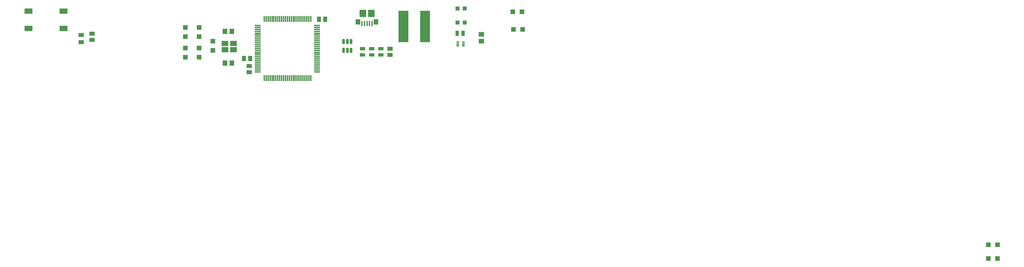
<source format=gbr>
%TF.GenerationSoftware,KiCad,Pcbnew,6.0.2+dfsg-1*%
%TF.CreationDate,2022-10-18T12:18:01-04:00*%
%TF.ProjectId,main-keyboard-pcb,6d61696e-2d6b-4657-9962-6f6172642d70,1.0*%
%TF.SameCoordinates,Original*%
%TF.FileFunction,Paste,Top*%
%TF.FilePolarity,Positive*%
%FSLAX46Y46*%
G04 Gerber Fmt 4.6, Leading zero omitted, Abs format (unit mm)*
G04 Created by KiCad (PCBNEW 6.0.2+dfsg-1) date 2022-10-18 12:18:01*
%MOMM*%
%LPD*%
G01*
G04 APERTURE LIST*
G04 Aperture macros list*
%AMRoundRect*
0 Rectangle with rounded corners*
0 $1 Rounding radius*
0 $2 $3 $4 $5 $6 $7 $8 $9 X,Y pos of 4 corners*
0 Add a 4 corners polygon primitive as box body*
4,1,4,$2,$3,$4,$5,$6,$7,$8,$9,$2,$3,0*
0 Add four circle primitives for the rounded corners*
1,1,$1+$1,$2,$3*
1,1,$1+$1,$4,$5*
1,1,$1+$1,$6,$7*
1,1,$1+$1,$8,$9*
0 Add four rect primitives between the rounded corners*
20,1,$1+$1,$2,$3,$4,$5,0*
20,1,$1+$1,$4,$5,$6,$7,0*
20,1,$1+$1,$6,$7,$8,$9,0*
20,1,$1+$1,$8,$9,$2,$3,0*%
G04 Aperture macros list end*
%ADD10R,1.450000X1.150000*%
%ADD11R,1.150000X1.450000*%
%ADD12R,1.150000X1.150000*%
%ADD13R,0.670000X0.300000*%
%ADD14R,1.050000X1.050000*%
%ADD15R,2.600000X8.199999*%
%ADD16R,1.470000X0.970000*%
%ADD17R,1.020000X1.470000*%
%ADD18R,0.960000X1.390000*%
%ADD19R,0.400000X1.400000*%
%ADD20R,1.750000X1.900000*%
%ADD21R,1.470000X1.020000*%
%ADD22RoundRect,0.075000X-0.725000X-0.075000X0.725000X-0.075000X0.725000X0.075000X-0.725000X0.075000X0*%
%ADD23RoundRect,0.075000X-0.075000X-0.725000X0.075000X-0.725000X0.075000X0.725000X-0.075000X0.725000X0*%
%ADD24R,1.400000X1.000000*%
%ADD25R,1.750000X1.350000*%
%ADD26RoundRect,0.150000X0.150000X-0.512500X0.150000X0.512500X-0.150000X0.512500X-0.150000X-0.512500X0*%
%ADD27R,2.100000X1.400000*%
G04 APERTURE END LIST*
D10*
%TO.C,Cboot1*%
X241880000Y-90796000D03*
X241880000Y-88996000D03*
%TD*%
D11*
%TO.C,C15*%
X177400000Y-88250000D03*
X175600000Y-88250000D03*
%TD*%
D12*
%TO.C,R4*%
X172466000Y-93123000D03*
X172466000Y-90773000D03*
%TD*%
D13*
%TO.C,IC1*%
X235802500Y-91006000D03*
X235802500Y-91506000D03*
X235802500Y-92006000D03*
X237282500Y-92006000D03*
X237282500Y-91506000D03*
X237282500Y-91006000D03*
%TD*%
D12*
%TO.C,R6*%
X168910000Y-94901000D03*
X168910000Y-92551000D03*
%TD*%
D14*
%TO.C,Cin_2*%
X235727500Y-82276000D03*
X237577500Y-82276000D03*
%TD*%
D15*
%TO.C,L1*%
X227350000Y-86995999D03*
X221750000Y-86995999D03*
%TD*%
D11*
%TO.C,C13*%
X177400000Y-96450000D03*
X175600000Y-96450000D03*
%TD*%
D16*
%TO.C,Cout_1*%
X215900000Y-92716000D03*
X215900000Y-94376000D03*
%TD*%
D17*
%TO.C,C7*%
X182156000Y-95250000D03*
X180556000Y-95250000D03*
%TD*%
D12*
%TO.C,R8*%
X375317000Y-143510000D03*
X372967000Y-143510000D03*
%TD*%
D18*
%TO.C,Cinx1*%
X235610000Y-88746000D03*
X237190000Y-88746000D03*
%TD*%
D12*
%TO.C,R9*%
X375317000Y-147066000D03*
X372967000Y-147066000D03*
%TD*%
%TO.C,R5*%
X165354000Y-94901000D03*
X165354000Y-92551000D03*
%TD*%
%TO.C,Rfbb1*%
X250237500Y-87746000D03*
X252587500Y-87746000D03*
%TD*%
D19*
%TO.C,J3*%
X213644000Y-86216000D03*
X212994000Y-86216000D03*
X212344000Y-86216000D03*
X211694000Y-86216000D03*
X211044000Y-86216000D03*
D20*
X213469000Y-83566000D03*
X211219000Y-83566000D03*
D11*
X214664000Y-85796000D03*
X210024000Y-85796000D03*
%TD*%
D12*
%TO.C,Rfbt1*%
X252412500Y-83156000D03*
X250062500Y-83156000D03*
%TD*%
D14*
%TO.C,Cin_1*%
X235730000Y-85986000D03*
X237580000Y-85986000D03*
%TD*%
D21*
%TO.C,Coutx1*%
X218280000Y-92746000D03*
X218280000Y-94346000D03*
%TD*%
D12*
%TO.C,R2*%
X165354000Y-87217000D03*
X165354000Y-89567000D03*
%TD*%
D22*
%TO.C,U2*%
X184095000Y-86710000D03*
X184095000Y-87210000D03*
X184095000Y-87710000D03*
X184095000Y-88210000D03*
X184095000Y-88710000D03*
X184095000Y-89210000D03*
X184095000Y-89710000D03*
X184095000Y-90210000D03*
X184095000Y-90710000D03*
X184095000Y-91210000D03*
X184095000Y-91710000D03*
X184095000Y-92210000D03*
X184095000Y-92710000D03*
X184095000Y-93210000D03*
X184095000Y-93710000D03*
X184095000Y-94210000D03*
X184095000Y-94710000D03*
X184095000Y-95210000D03*
X184095000Y-95710000D03*
X184095000Y-96210000D03*
X184095000Y-96710000D03*
X184095000Y-97210000D03*
X184095000Y-97710000D03*
X184095000Y-98210000D03*
X184095000Y-98710000D03*
D23*
X185770000Y-100385000D03*
X186270000Y-100385000D03*
X186770000Y-100385000D03*
X187270000Y-100385000D03*
X187770000Y-100385000D03*
X188270000Y-100385000D03*
X188770000Y-100385000D03*
X189270000Y-100385000D03*
X189770000Y-100385000D03*
X190270000Y-100385000D03*
X190770000Y-100385000D03*
X191270000Y-100385000D03*
X191770000Y-100385000D03*
X192270000Y-100385000D03*
X192770000Y-100385000D03*
X193270000Y-100385000D03*
X193770000Y-100385000D03*
X194270000Y-100385000D03*
X194770000Y-100385000D03*
X195270000Y-100385000D03*
X195770000Y-100385000D03*
X196270000Y-100385000D03*
X196770000Y-100385000D03*
X197270000Y-100385000D03*
X197770000Y-100385000D03*
D22*
X199445000Y-98710000D03*
X199445000Y-98210000D03*
X199445000Y-97710000D03*
X199445000Y-97210000D03*
X199445000Y-96710000D03*
X199445000Y-96210000D03*
X199445000Y-95710000D03*
X199445000Y-95210000D03*
X199445000Y-94710000D03*
X199445000Y-94210000D03*
X199445000Y-93710000D03*
X199445000Y-93210000D03*
X199445000Y-92710000D03*
X199445000Y-92210000D03*
X199445000Y-91710000D03*
X199445000Y-91210000D03*
X199445000Y-90710000D03*
X199445000Y-90210000D03*
X199445000Y-89710000D03*
X199445000Y-89210000D03*
X199445000Y-88710000D03*
X199445000Y-88210000D03*
X199445000Y-87710000D03*
X199445000Y-87210000D03*
X199445000Y-86710000D03*
D23*
X197770000Y-85035000D03*
X197270000Y-85035000D03*
X196770000Y-85035000D03*
X196270000Y-85035000D03*
X195770000Y-85035000D03*
X195270000Y-85035000D03*
X194770000Y-85035000D03*
X194270000Y-85035000D03*
X193770000Y-85035000D03*
X193270000Y-85035000D03*
X192770000Y-85035000D03*
X192270000Y-85035000D03*
X191770000Y-85035000D03*
X191270000Y-85035000D03*
X190770000Y-85035000D03*
X190270000Y-85035000D03*
X189770000Y-85035000D03*
X189270000Y-85035000D03*
X188770000Y-85035000D03*
X188270000Y-85035000D03*
X187770000Y-85035000D03*
X187270000Y-85035000D03*
X186770000Y-85035000D03*
X186270000Y-85035000D03*
X185770000Y-85035000D03*
%TD*%
D24*
%TO.C,R3*%
X138430000Y-89154000D03*
X138430000Y-91054000D03*
%TD*%
D25*
%TO.C,Y1*%
X175575000Y-93000000D03*
X177825000Y-93000000D03*
X177825000Y-91350000D03*
X175575000Y-91350000D03*
%TD*%
D26*
%TO.C,U1*%
X206300000Y-93137500D03*
X207250000Y-93137500D03*
X208200000Y-93137500D03*
X208200000Y-90862500D03*
X207250000Y-90862500D03*
X206300000Y-90862500D03*
%TD*%
D27*
%TO.C,SW68*%
X133902000Y-87465000D03*
X124802000Y-87465000D03*
X133902000Y-82965000D03*
X124802000Y-82965000D03*
%TD*%
D21*
%TO.C,C17*%
X181864000Y-97244000D03*
X181864000Y-98844000D03*
%TD*%
D17*
%TO.C,C12*%
X199898000Y-85090000D03*
X201498000Y-85090000D03*
%TD*%
D16*
%TO.C,Cout_2*%
X213540000Y-92706000D03*
X213540000Y-94366000D03*
%TD*%
D12*
%TO.C,R7*%
X168910000Y-87217000D03*
X168910000Y-89567000D03*
%TD*%
D21*
%TO.C,C3*%
X141224000Y-88862000D03*
X141224000Y-90462000D03*
%TD*%
D16*
%TO.C,Cout_3*%
X211150000Y-92696000D03*
X211150000Y-94356000D03*
%TD*%
M02*

</source>
